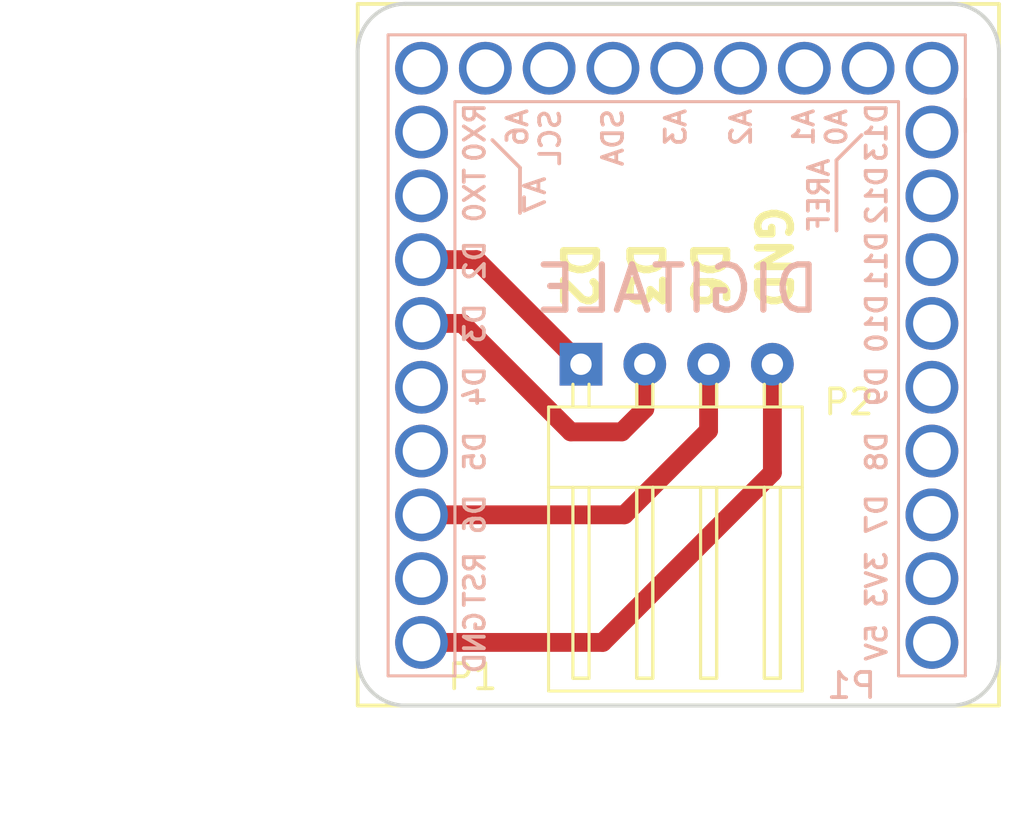
<source format=kicad_pcb>
(kicad_pcb (version 4) (host pcbnew 4.0.6)

  (general
    (links 4)
    (no_connects 0)
    (area 124.255401 62.662999 165.476 97.616001)
    (thickness 1.6)
    (drawings 27)
    (tracks 13)
    (zones 0)
    (modules 2)
    (nets 28)
  )

  (page A4)
  (title_block
    (title "Microduino Digitale DE")
    (date "13 agosto 2017")
    (rev 0.1)
  )

  (layers
    (0 F.Cu signal)
    (31 B.Cu signal)
    (32 B.Adhes user)
    (33 F.Adhes user)
    (34 B.Paste user)
    (35 F.Paste user)
    (36 B.SilkS user)
    (37 F.SilkS user)
    (38 B.Mask user)
    (39 F.Mask user hide)
    (44 Edge.Cuts user)
    (45 Margin user)
    (46 B.CrtYd user)
    (47 F.CrtYd user)
    (48 B.Fab user)
    (49 F.Fab user)
  )

  (setup
    (last_trace_width 0.25)
    (user_trace_width 0.4)
    (user_trace_width 0.5)
    (user_trace_width 0.75)
    (user_trace_width 1)
    (user_trace_width 1.5)
    (user_trace_width 2)
    (user_trace_width 2.5)
    (user_trace_width 3)
    (trace_clearance 0.2)
    (zone_clearance 0.508)
    (zone_45_only no)
    (trace_min 0.2)
    (segment_width 0.15)
    (edge_width 0.15)
    (via_size 0.6)
    (via_drill 0.4)
    (via_min_size 0.4)
    (via_min_drill 0.3)
    (user_via 1 0.5)
    (user_via 1.2 0.6)
    (uvia_size 0.3)
    (uvia_drill 0.1)
    (uvias_allowed no)
    (uvia_min_size 0.2)
    (uvia_min_drill 0.1)
    (pcb_text_width 0.3)
    (pcb_text_size 1.5 1.5)
    (mod_edge_width 0.15)
    (mod_text_size 1 1)
    (mod_text_width 0.15)
    (pad_size 2.1 2.1)
    (pad_drill 1.5)
    (pad_to_mask_clearance 0.2)
    (aux_axis_origin 0 0)
    (grid_origin 126.111 104.775)
    (visible_elements 7FFEFFFF)
    (pcbplotparams
      (layerselection 0x210fc_80000001)
      (usegerberextensions false)
      (excludeedgelayer true)
      (linewidth 0.100000)
      (plotframeref false)
      (viasonmask false)
      (mode 1)
      (useauxorigin false)
      (hpglpennumber 1)
      (hpglpenspeed 20)
      (hpglpendiameter 15)
      (hpglpenoverlay 2)
      (psnegative false)
      (psa4output false)
      (plotreference true)
      (plotvalue true)
      (plotinvisibletext false)
      (padsonsilk false)
      (subtractmaskfromsilk false)
      (outputformat 1)
      (mirror false)
      (drillshape 0)
      (scaleselection 1)
      (outputdirectory ""))
  )

  (net 0 "")
  (net 1 +5V)
  (net 2 +3V3)
  (net 3 /D7)
  (net 4 /D8)
  (net 5 /D9)
  (net 6 /D10)
  (net 7 /D11)
  (net 8 /D12)
  (net 9 /D13)
  (net 10 /D2)
  (net 11 /D3)
  (net 12 /A0)
  (net 13 /A1)
  (net 14 /A2)
  (net 15 /A3)
  (net 16 /SDA)
  (net 17 /SCL)
  (net 18 /A6)
  (net 19 /A7)
  (net 20 /RX0)
  (net 21 /D4)
  (net 22 /D5)
  (net 23 /D6)
  (net 24 /RESET)
  (net 25 GND)
  (net 26 /TX0)
  (net 27 /AREF)

  (net_class Default "Questo è il gruppo di collegamenti predefinito"
    (clearance 0.2)
    (trace_width 0.25)
    (via_dia 0.6)
    (via_drill 0.4)
    (uvia_dia 0.3)
    (uvia_drill 0.1)
    (add_net +3V3)
    (add_net +5V)
    (add_net /A0)
    (add_net /A1)
    (add_net /A2)
    (add_net /A3)
    (add_net /A6)
    (add_net /A7)
    (add_net /AREF)
    (add_net /D10)
    (add_net /D11)
    (add_net /D12)
    (add_net /D13)
    (add_net /D2)
    (add_net /D3)
    (add_net /D4)
    (add_net /D5)
    (add_net /D6)
    (add_net /D7)
    (add_net /D8)
    (add_net /D9)
    (add_net /RESET)
    (add_net /RX0)
    (add_net /SCL)
    (add_net /SDA)
    (add_net /TX0)
    (add_net GND)
  )

  (module Libreria_PCB_mia:Upin_27 (layer B.Cu) (tedit 599092D9) (tstamp 597E2E0E)
    (at 161.571 88.165 180)
    (descr "Through hole straight socket strip, 1x09, 2.54mm pitch, single row")
    (tags "Through hole socket strip THT 1x09 2.54mm single row")
    (path /58E8C7EF)
    (fp_text reference P1 (at 3.2 -1.72 180) (layer B.SilkS)
      (effects (font (size 1 1) (thickness 0.15)) (justify mirror))
    )
    (fp_text value CONN_1x27 (at -2.83 10.17 450) (layer B.Fab)
      (effects (font (size 1 1) (thickness 0.15)) (justify mirror))
    )
    (fp_text user P1 (at 18.28 -1.37 180) (layer F.SilkS)
      (effects (font (size 1 1) (thickness 0.15)))
    )
    (fp_line (start 16.4 18.9) (end 17.5 20) (layer B.SilkS) (width 0.15))
    (fp_line (start 16.4 18.9) (end 16.4 17.1) (layer B.SilkS) (width 0.15))
    (fp_text user A7 (at 15.8 17.8 450) (layer B.SilkS)
      (effects (font (size 0.8 0.8) (thickness 0.15)) (justify mirror))
    )
    (fp_line (start 2.8 20.2) (end 3.8 19.2) (layer B.SilkS) (width 0.15))
    (fp_line (start 3.8 19.2) (end 3.8 16.4) (layer B.SilkS) (width 0.15))
    (fp_text user AREF (at 4.5 17.8 450) (layer B.SilkS)
      (effects (font (size 0.8 0.8) (thickness 0.15)) (justify mirror))
    )
    (fp_text user GND (at 18.2 0 450) (layer B.SilkS)
      (effects (font (size 0.8 0.8) (thickness 0.15)) (justify mirror))
    )
    (fp_text user RST (at 18.2 2.5 450) (layer B.SilkS)
      (effects (font (size 0.8 0.8) (thickness 0.15)) (justify mirror))
    )
    (fp_text user D6 (at 18.2 5.1 450) (layer B.SilkS)
      (effects (font (size 0.8 0.8) (thickness 0.15)) (justify mirror))
    )
    (fp_text user D5 (at 18.2 7.6 450) (layer B.SilkS)
      (effects (font (size 0.8 0.8) (thickness 0.15)) (justify mirror))
    )
    (fp_text user D4 (at 18.2 10.2 450) (layer B.SilkS)
      (effects (font (size 0.8 0.8) (thickness 0.15)) (justify mirror))
    )
    (fp_text user D3 (at 18.2 12.7 450) (layer B.SilkS)
      (effects (font (size 0.8 0.8) (thickness 0.15)) (justify mirror))
    )
    (fp_text user D2 (at 18.2 15.2 450) (layer B.SilkS)
      (effects (font (size 0.8 0.8) (thickness 0.15)) (justify mirror))
    )
    (fp_text user TX0 (at 18.2 17.8 450) (layer B.SilkS)
      (effects (font (size 0.8 0.8) (thickness 0.15)) (justify mirror))
    )
    (fp_text user RX0 (at 18.2 20.3 450) (layer B.SilkS)
      (effects (font (size 0.8 0.8) (thickness 0.15)) (justify mirror))
    )
    (fp_text user A6 (at 16.5 20.5 450) (layer B.SilkS)
      (effects (font (size 0.8 0.8) (thickness 0.15)) (justify mirror))
    )
    (fp_text user SCL (at 15.2 20.1 450) (layer B.SilkS)
      (effects (font (size 0.8 0.8) (thickness 0.15)) (justify mirror))
    )
    (fp_text user SDA (at 12.7 20.1 450) (layer B.SilkS)
      (effects (font (size 0.8 0.8) (thickness 0.15)) (justify mirror))
    )
    (fp_text user A3 (at 10.2 20.5 450) (layer B.SilkS)
      (effects (font (size 0.8 0.8) (thickness 0.15)) (justify mirror))
    )
    (fp_text user A2 (at 7.6 20.5 450) (layer B.SilkS)
      (effects (font (size 0.8 0.8) (thickness 0.15)) (justify mirror))
    )
    (fp_text user A1 (at 5.1 20.5 450) (layer B.SilkS)
      (effects (font (size 0.8 0.8) (thickness 0.15)) (justify mirror))
    )
    (fp_text user A0 (at 3.8 20.5 450) (layer B.SilkS)
      (effects (font (size 0.8 0.8) (thickness 0.15)) (justify mirror))
    )
    (fp_text user D13 (at 2.2 20.3 450) (layer B.SilkS)
      (effects (font (size 0.8 0.8) (thickness 0.15)) (justify mirror))
    )
    (fp_text user D12 (at 2.2 17.8 450) (layer B.SilkS)
      (effects (font (size 0.8 0.8) (thickness 0.15)) (justify mirror))
    )
    (fp_text user D11 (at 2.2 15.2 450) (layer B.SilkS)
      (effects (font (size 0.8 0.8) (thickness 0.15)) (justify mirror))
    )
    (fp_text user D10 (at 2.2 12.7 450) (layer B.SilkS)
      (effects (font (size 0.8 0.8) (thickness 0.15)) (justify mirror))
    )
    (fp_text user D9 (at 2.2 10.2 450) (layer B.SilkS)
      (effects (font (size 0.8 0.8) (thickness 0.15)) (justify mirror))
    )
    (fp_text user D8 (at 2.2 7.6 450) (layer B.SilkS)
      (effects (font (size 0.8 0.8) (thickness 0.15)) (justify mirror))
    )
    (fp_text user D7 (at 2.2 5.1 450) (layer B.SilkS)
      (effects (font (size 0.8 0.8) (thickness 0.15)) (justify mirror))
    )
    (fp_text user 3V3 (at 2.2 2.5 450) (layer B.SilkS)
      (effects (font (size 0.8 0.8) (thickness 0.15)) (justify mirror))
    )
    (fp_text user 5V (at 2.2 0 450) (layer B.SilkS)
      (effects (font (size 0.8 0.8) (thickness 0.15)) (justify mirror))
    )
    (fp_line (start 1.8 -1.78) (end 1.8 21.05) (layer B.CrtYd) (width 0.12))
    (fp_line (start 18.52 21.05) (end 1.8 21.05) (layer B.CrtYd) (width 0.12))
    (fp_line (start -1.27 24.13) (end -1.27 -1.27) (layer B.Fab) (width 0.12))
    (fp_line (start 1.27 -1.27) (end 1.27 21.59) (layer B.Fab) (width 0.12))
    (fp_line (start 1.27 21.59) (end 19.05 21.59) (layer B.Fab) (width 0.12))
    (fp_line (start 19.05 21.59) (end 19.05 -1.27) (layer B.Fab) (width 0.12))
    (fp_line (start 19.05 -1.27) (end 21.59 -1.27) (layer B.Fab) (width 0.12))
    (fp_line (start 21.59 -1.27) (end 21.59 24.13) (layer B.Fab) (width 0.12))
    (fp_line (start 21.59 24.13) (end -1.27 24.13) (layer B.Fab) (width 0.12))
    (fp_line (start 21.65 -1.33) (end 21.65 24.19) (layer B.SilkS) (width 0.12))
    (fp_line (start 21.65 24.19) (end -1.33 24.19) (layer B.SilkS) (width 0.12))
    (fp_line (start -1.33 -1.33) (end -1.33 24.19) (layer B.SilkS) (width 0.12))
    (fp_line (start 1.33 -1.33) (end 1.33 21.53) (layer B.SilkS) (width 0.12))
    (fp_line (start 1.33 21.53) (end 18.99 21.53) (layer B.SilkS) (width 0.12))
    (fp_line (start 18.99 -1.33) (end 18.99 21.53) (layer B.SilkS) (width 0.12))
    (fp_line (start 18.99 -1.33) (end 18.99 5.48) (layer B.SilkS) (width 0.12))
    (fp_line (start -1.8 24.67) (end 22.12 24.67) (layer B.CrtYd) (width 0.12))
    (fp_line (start -1.8 -1.78) (end -1.8 24.67) (layer B.CrtYd) (width 0.12))
    (fp_line (start 22.12 -1.78) (end 22.12 24.67) (layer B.CrtYd) (width 0.12))
    (fp_line (start 18.52 21.05) (end 18.52 -1.8) (layer B.CrtYd) (width 0.12))
    (fp_line (start 18.52 -1.8) (end 22.12 -1.8) (layer B.CrtYd) (width 0.12))
    (fp_line (start -1.27 -1.27) (end 1.27 -1.27) (layer B.Fab) (width 0.12))
    (fp_line (start -1.33 -1.33) (end 1.33 -1.33) (layer B.SilkS) (width 0.12))
    (fp_line (start 21.65 -1.33) (end 18.99 -1.33) (layer B.SilkS) (width 0.12))
    (fp_line (start -1.33 20.32) (end -1.33 21.65) (layer B.SilkS) (width 0.12))
    (fp_line (start -1.8 -1.78) (end 1.8 -1.78) (layer B.CrtYd) (width 0.12))
    (fp_text user %R (at 0 -2.54 180) (layer B.Fab)
      (effects (font (size 1 1) (thickness 0.15)) (justify mirror))
    )
    (pad 9 thru_hole circle (at 0 20.32 180) (size 2.1 2.1) (drill 1.5) (layers *.Cu *.Mask)
      (net 9 /D13))
    (pad 8 thru_hole circle (at 0 17.78 180) (size 2.1 2.1) (drill 1.5) (layers *.Cu *.Mask)
      (net 8 /D12))
    (pad 7 thru_hole circle (at 0 15.24 180) (size 2.1 2.1) (drill 1.5) (layers *.Cu *.Mask)
      (net 7 /D11))
    (pad 6 thru_hole circle (at 0 12.7 180) (size 2.1 2.1) (drill 1.5) (layers *.Cu *.Mask)
      (net 6 /D10))
    (pad 5 thru_hole circle (at 0 10.16 180) (size 2.1 2.1) (drill 1.5) (layers *.Cu *.Mask)
      (net 5 /D9))
    (pad 4 thru_hole circle (at 0 7.62 180) (size 2.1 2.1) (drill 1.5) (layers *.Cu *.Mask)
      (net 4 /D8))
    (pad 3 thru_hole circle (at 0 5.08 180) (size 2.1 2.1) (drill 1.5) (layers *.Cu *.Mask)
      (net 3 /D7))
    (pad 2 thru_hole circle (at 0 2.54 180) (size 2.1 2.1) (drill 1.5) (layers *.Cu *.Mask)
      (net 2 +3V3))
    (pad 1 thru_hole circle (at 0 0 180) (size 2.1 2.1) (drill 1.5) (layers *.Cu *.Mask)
      (net 1 +5V))
    (pad 10 thru_hole circle (at 0 22.86 180) (size 2.1 2.1) (drill 1.5) (layers *.Cu *.Mask)
      (net 27 /AREF))
    (pad 11 thru_hole circle (at 2.54 22.86 180) (size 2.1 2.1) (drill 1.5) (layers *.Cu *.Mask)
      (net 12 /A0))
    (pad 12 thru_hole circle (at 5.08 22.86 180) (size 2.1 2.1) (drill 1.5) (layers *.Cu *.Mask)
      (net 13 /A1))
    (pad 13 thru_hole circle (at 7.62 22.86 180) (size 2.1 2.1) (drill 1.5) (layers *.Cu *.Mask)
      (net 14 /A2))
    (pad 14 thru_hole circle (at 10.16 22.86 180) (size 2.1 2.1) (drill 1.5) (layers *.Cu *.Mask)
      (net 15 /A3))
    (pad 15 thru_hole circle (at 12.7 22.86 180) (size 2.1 2.1) (drill 1.5) (layers *.Cu *.Mask)
      (net 16 /SDA))
    (pad 16 thru_hole circle (at 15.24 22.86 180) (size 2.1 2.1) (drill 1.5) (layers *.Cu *.Mask)
      (net 17 /SCL))
    (pad 17 thru_hole circle (at 17.78 22.86 180) (size 2.1 2.1) (drill 1.5) (layers *.Cu *.Mask)
      (net 18 /A6))
    (pad 18 thru_hole circle (at 20.32 22.86 180) (size 2.1 2.1) (drill 1.5) (layers *.Cu *.Mask)
      (net 19 /A7))
    (pad 19 thru_hole circle (at 20.32 20.32 180) (size 2.1 2.1) (drill 1.5) (layers *.Cu *.Mask)
      (net 20 /RX0))
    (pad 20 thru_hole circle (at 20.32 17.78 180) (size 2.1 2.1) (drill 1.5) (layers *.Cu *.Mask)
      (net 26 /TX0))
    (pad 21 thru_hole circle (at 20.32 15.24 180) (size 2.1 2.1) (drill 1.5) (layers *.Cu *.Mask)
      (net 10 /D2))
    (pad 22 thru_hole circle (at 20.32 12.7 180) (size 2.1 2.1) (drill 1.5) (layers *.Cu *.Mask)
      (net 11 /D3))
    (pad 23 thru_hole circle (at 20.32 10.16 180) (size 2.1 2.1) (drill 1.5) (layers *.Cu *.Mask)
      (net 21 /D4))
    (pad 24 thru_hole circle (at 20.32 7.62 180) (size 2.1 2.1) (drill 1.5) (layers *.Cu *.Mask)
      (net 22 /D5))
    (pad 25 thru_hole circle (at 20.32 5.08 180) (size 2.1 2.1) (drill 1.5) (layers *.Cu *.Mask)
      (net 23 /D6))
    (pad 26 thru_hole circle (at 20.32 2.54 180) (size 2.1 2.1) (drill 1.5) (layers *.Cu *.Mask)
      (net 24 /RESET))
    (pad 27 thru_hole circle (at 20.32 0 180) (size 2.1 2.1) (drill 1.5) (layers *.Cu *.Mask)
      (net 25 GND))
    (model ${KISYS3DMOD}/Socket_Strips.3dshapes/Socket_Strip_Straight_1x09_Pitch2.54mm.wrl
      (at (xyz 0 -0.4 0))
      (scale (xyz 1 1 1))
      (rotate (xyz 0 0 270))
    )
  )

  (module Libreria_PCB_mia:WHURT_4pin_90°_61900411021 (layer F.Cu) (tedit 597AECF6) (tstamp 597AF1B8)
    (at 147.5994 77.089)
    (descr "Horizontal AMP connector with 2.54mm pitch")
    (tags "connector horizontal")
    (path /58E8CD07)
    (fp_text reference P2 (at 10.6616 1.506) (layer F.SilkS)
      (effects (font (size 1 1) (thickness 0.15)))
    )
    (fp_text value CONN_01X04 (at 3.81 14.9) (layer F.Fab)
      (effects (font (size 1 1) (thickness 0.15)))
    )
    (fp_line (start 5.4 12.5) (end 5.4 4.9) (layer F.SilkS) (width 0.12))
    (fp_line (start 4.76 12.5) (end 5.4 12.5) (layer F.SilkS) (width 0.12))
    (fp_line (start 4.76 4.9) (end 4.76 12.5) (layer F.SilkS) (width 0.12))
    (fp_line (start 4.76 1.7) (end 4.76 0.8) (layer F.SilkS) (width 0.12))
    (fp_line (start 5.4 0.8) (end 5.4 1.7) (layer F.SilkS) (width 0.12))
    (fp_line (start 5.4 0.8) (end 5.4 1.7) (layer F.SilkS) (width 0.12))
    (fp_line (start 4.76 1.7) (end 4.76 0.8) (layer F.SilkS) (width 0.12))
    (fp_line (start 4.76 4.9) (end 4.76 12.5) (layer F.SilkS) (width 0.12))
    (fp_line (start 4.76 12.5) (end 5.4 12.5) (layer F.SilkS) (width 0.12))
    (fp_line (start 5.4 12.5) (end 5.4 4.9) (layer F.SilkS) (width 0.12))
    (fp_line (start 5.4 12.5) (end 5.4 4.9) (layer F.SilkS) (width 0.12))
    (fp_line (start 4.76 12.5) (end 5.4 12.5) (layer F.SilkS) (width 0.12))
    (fp_line (start 4.76 4.9) (end 4.76 12.5) (layer F.SilkS) (width 0.12))
    (fp_line (start 4.76 1.7) (end 4.76 0.8) (layer F.SilkS) (width 0.12))
    (fp_line (start 5.4 0.8) (end 5.4 1.7) (layer F.SilkS) (width 0.12))
    (fp_line (start 5.4 0.8) (end 5.4 1.7) (layer F.SilkS) (width 0.12))
    (fp_line (start 4.76 1.7) (end 4.76 0.8) (layer F.SilkS) (width 0.12))
    (fp_line (start 4.76 4.9) (end 4.76 12.5) (layer F.SilkS) (width 0.12))
    (fp_line (start 4.76 12.5) (end 5.4 12.5) (layer F.SilkS) (width 0.12))
    (fp_line (start 5.4 12.5) (end 5.4 4.9) (layer F.SilkS) (width 0.12))
    (fp_line (start 7.94 12.5) (end 7.94 4.9) (layer F.SilkS) (width 0.12))
    (fp_line (start 7.3 12.5) (end 7.94 12.5) (layer F.SilkS) (width 0.12))
    (fp_line (start 7.3 4.9) (end 7.3 12.5) (layer F.SilkS) (width 0.12))
    (fp_line (start 7.3 1.7) (end 7.3 0.8) (layer F.SilkS) (width 0.12))
    (fp_line (start 7.94 0.8) (end 7.94 1.7) (layer F.SilkS) (width 0.12))
    (fp_line (start 7.94 0.8) (end 7.94 1.7) (layer F.SilkS) (width 0.12))
    (fp_line (start 7.3 1.7) (end 7.3 0.8) (layer F.SilkS) (width 0.12))
    (fp_line (start 7.3 4.9) (end 7.3 12.5) (layer F.SilkS) (width 0.12))
    (fp_line (start 7.3 12.5) (end 7.94 12.5) (layer F.SilkS) (width 0.12))
    (fp_line (start 7.94 12.5) (end 7.94 4.9) (layer F.SilkS) (width 0.12))
    (fp_line (start 7.94 12.5) (end 7.94 4.9) (layer F.SilkS) (width 0.12))
    (fp_line (start 7.3 12.5) (end 7.94 12.5) (layer F.SilkS) (width 0.12))
    (fp_line (start 7.3 4.9) (end 7.3 12.5) (layer F.SilkS) (width 0.12))
    (fp_line (start 7.3 1.7) (end 7.3 0.8) (layer F.SilkS) (width 0.12))
    (fp_line (start 7.94 0.8) (end 7.94 1.7) (layer F.SilkS) (width 0.12))
    (fp_line (start 7.94 0.8) (end 7.94 1.7) (layer F.SilkS) (width 0.12))
    (fp_line (start 7.3 1.7) (end 7.3 0.8) (layer F.SilkS) (width 0.12))
    (fp_line (start 7.3 4.9) (end 7.3 12.5) (layer F.SilkS) (width 0.12))
    (fp_line (start 7.3 12.5) (end 7.94 12.5) (layer F.SilkS) (width 0.12))
    (fp_line (start 7.94 12.5) (end 7.94 4.9) (layer F.SilkS) (width 0.12))
    (fp_line (start 2.86 12.5) (end 2.86 4.9) (layer F.SilkS) (width 0.12))
    (fp_line (start 2.22 12.5) (end 2.86 12.5) (layer F.SilkS) (width 0.12))
    (fp_line (start 2.22 4.9) (end 2.22 12.5) (layer F.SilkS) (width 0.12))
    (fp_line (start 2.22 1.7) (end 2.22 0.8) (layer F.SilkS) (width 0.12))
    (fp_line (start 2.86 0.8) (end 2.86 1.7) (layer F.SilkS) (width 0.12))
    (fp_line (start 2.86 0.8) (end 2.86 1.7) (layer F.SilkS) (width 0.12))
    (fp_line (start 2.22 1.7) (end 2.22 0.8) (layer F.SilkS) (width 0.12))
    (fp_line (start 2.22 4.9) (end 2.22 12.5) (layer F.SilkS) (width 0.12))
    (fp_line (start 2.22 12.5) (end 2.86 12.5) (layer F.SilkS) (width 0.12))
    (fp_line (start 2.86 12.5) (end 2.86 4.9) (layer F.SilkS) (width 0.12))
    (fp_line (start 2.86 12.5) (end 2.86 4.9) (layer F.SilkS) (width 0.12))
    (fp_line (start 2.22 12.5) (end 2.86 12.5) (layer F.SilkS) (width 0.12))
    (fp_line (start 2.22 4.9) (end 2.22 12.5) (layer F.SilkS) (width 0.12))
    (fp_line (start 2.22 1.7) (end 2.22 0.8) (layer F.SilkS) (width 0.12))
    (fp_line (start 2.86 0.8) (end 2.86 1.7) (layer F.SilkS) (width 0.12))
    (fp_line (start 2.86 0.8) (end 2.86 1.7) (layer F.SilkS) (width 0.12))
    (fp_line (start 2.22 1.7) (end 2.22 0.8) (layer F.SilkS) (width 0.12))
    (fp_line (start 2.22 4.9) (end 2.22 12.5) (layer F.SilkS) (width 0.12))
    (fp_line (start 2.22 12.5) (end 2.86 12.5) (layer F.SilkS) (width 0.12))
    (fp_line (start 2.86 12.5) (end 2.86 4.9) (layer F.SilkS) (width 0.12))
    (fp_line (start 0.32 12.5) (end 0.32 4.9) (layer F.SilkS) (width 0.12))
    (fp_line (start -0.32 12.5) (end 0.32 12.5) (layer F.SilkS) (width 0.12))
    (fp_line (start -0.32 4.9) (end -0.32 12.5) (layer F.SilkS) (width 0.12))
    (fp_line (start -0.32 1.7) (end -0.32 0.8) (layer F.SilkS) (width 0.12))
    (fp_line (start 0.32 0.8) (end 0.32 1.7) (layer F.SilkS) (width 0.12))
    (fp_line (start 0.32 0.8) (end 0.32 1.7) (layer F.SilkS) (width 0.12))
    (fp_line (start -0.32 1.7) (end -0.32 0.8) (layer F.SilkS) (width 0.12))
    (fp_line (start -0.32 4.9) (end -0.32 12.5) (layer F.SilkS) (width 0.12))
    (fp_line (start -0.32 12.5) (end 0.32 12.5) (layer F.SilkS) (width 0.12))
    (fp_line (start 0.32 12.5) (end 0.32 4.9) (layer F.SilkS) (width 0.12))
    (fp_line (start 0.32 12.5) (end 0.32 4.9) (layer F.SilkS) (width 0.12))
    (fp_line (start -0.32 12.5) (end 0.32 12.5) (layer F.SilkS) (width 0.12))
    (fp_line (start -0.32 4.9) (end -0.32 12.5) (layer F.SilkS) (width 0.12))
    (fp_line (start -0.32 1.7) (end -0.32 0.8) (layer F.SilkS) (width 0.12))
    (fp_line (start 0.32 0.8) (end 0.32 1.7) (layer F.SilkS) (width 0.12))
    (fp_line (start -1.78 -1.23) (end -1.78 13.3) (layer F.CrtYd) (width 0.05))
    (fp_line (start -1.78 13.3) (end 9.32 13.3) (layer F.CrtYd) (width 0.05))
    (fp_line (start 9.32 13.3) (end 9.32 -1.23) (layer F.CrtYd) (width 0.05))
    (fp_line (start 9.32 -1.23) (end -1.78 -1.23) (layer F.CrtYd) (width 0.05))
    (fp_line (start 0.32 0.8) (end 0.32 1.7) (layer F.SilkS) (width 0.12))
    (fp_line (start -0.32 1.7) (end -0.32 0.8) (layer F.SilkS) (width 0.12))
    (fp_line (start -0.32 4.9) (end -0.32 12.5) (layer F.SilkS) (width 0.12))
    (fp_line (start -0.32 12.5) (end 0.32 12.5) (layer F.SilkS) (width 0.12))
    (fp_line (start 0.32 12.5) (end 0.32 4.9) (layer F.SilkS) (width 0.12))
    (fp_line (start 8.81 4.9) (end -1.29 4.9) (layer F.SilkS) (width 0.12))
    (fp_line (start -1.29 1.7) (end -1.29 13.01) (layer F.SilkS) (width 0.12))
    (fp_line (start -1.29 13.01) (end 8.81 13.01) (layer F.SilkS) (width 0.12))
    (fp_line (start 8.81 13.01) (end 8.81 1.7) (layer F.SilkS) (width 0.12))
    (fp_line (start 8.81 1.7) (end -1.29 1.7) (layer F.SilkS) (width 0.12))
    (pad 1 thru_hole rect (at 0 0) (size 1.7 1.7) (drill 0.85) (layers *.Cu *.Mask)
      (net 10 /D2))
    (pad 2 thru_hole circle (at 2.54 0) (size 1.7 1.7) (drill 0.85) (layers *.Cu *.Mask)
      (net 11 /D3))
    (pad 3 thru_hole circle (at 5.08 0) (size 1.7 1.7) (drill 0.85) (layers *.Cu *.Mask)
      (net 23 /D6))
    (pad 4 thru_hole circle (at 7.62 0) (size 1.7 1.7) (drill 0.85) (layers *.Cu *.Mask)
      (net 25 GND))
    (model Connectors.3dshapes/Wafer_Horizontal17.5x5.8x7RM2.5-6.wrl
      (at (xyz 0 0 0))
      (scale (xyz 4 4 4))
      (rotate (xyz 0 0 0))
    )
  )

  (gr_text DIGITALE (at 151.431 74.095) (layer B.SilkS)
    (effects (font (size 1.8 1.8) (thickness 0.25)) (justify mirror))
  )
  (gr_line (start 164.241 62.745) (end 138.711 62.745) (angle 90) (layer F.SilkS) (width 0.15))
  (gr_line (start 164.241 90.675) (end 164.241 62.745) (angle 90) (layer F.SilkS) (width 0.15))
  (gr_line (start 138.711 90.675) (end 164.241 90.675) (angle 90) (layer F.SilkS) (width 0.15))
  (gr_line (start 138.711 62.745) (end 138.711 90.675) (angle 90) (layer F.SilkS) (width 0.15))
  (gr_text "GND\n" (at 155.2194 72.8218 270) (layer F.SilkS)
    (effects (font (size 1.3 1.3) (thickness 0.3)))
  )
  (gr_text D6 (at 152.6794 73.533 270) (layer F.SilkS)
    (effects (font (size 1.3 1.3) (thickness 0.3)))
  )
  (gr_text D3 (at 150.1394 73.533 270) (layer F.SilkS)
    (effects (font (size 1.3 1.3) (thickness 0.3)))
  )
  (gr_text D2 (at 147.4978 73.533 270) (layer F.SilkS)
    (effects (font (size 1.3 1.3) (thickness 0.3)))
  )
  (gr_arc (start 162.3314 64.643) (end 162.3314 62.738) (angle 90) (layer Edge.Cuts) (width 0.15) (tstamp 58E794C0))
  (gr_arc (start 140.6144 88.773) (end 140.6144 90.678) (angle 90) (layer Edge.Cuts) (width 0.15) (tstamp 58E794BF))
  (gr_arc (start 140.6144 64.643) (end 138.7094 64.643) (angle 90) (layer Edge.Cuts) (width 0.15) (tstamp 58E794BE))
  (gr_arc (start 162.3314 88.773) (end 164.2364 88.773) (angle 90) (layer Edge.Cuts) (width 0.15) (tstamp 58E794BD))
  (gr_line (start 162.3314 90.678) (end 140.6144 90.678) (angle 90) (layer Edge.Cuts) (width 0.15) (tstamp 58E794BC))
  (gr_line (start 138.7094 88.773) (end 138.7094 64.643) (angle 90) (layer Edge.Cuts) (width 0.15) (tstamp 58E794BB))
  (gr_line (start 140.6144 62.738) (end 162.3314 62.738) (angle 90) (layer Edge.Cuts) (width 0.15) (tstamp 58E794BA))
  (gr_line (start 164.2364 64.643) (end 164.2364 88.773) (angle 90) (layer Edge.Cuts) (width 0.15) (tstamp 58E794B9))
  (gr_line (start 164.2364 64.643) (end 164.2364 88.773) (angle 90) (layer Edge.Cuts) (width 0.15))
  (gr_line (start 140.6144 62.738) (end 162.3314 62.738) (angle 90) (layer Edge.Cuts) (width 0.15))
  (gr_line (start 138.7094 88.773) (end 138.7094 64.643) (angle 90) (layer Edge.Cuts) (width 0.15))
  (gr_line (start 162.3314 90.678) (end 140.6144 90.678) (angle 90) (layer Edge.Cuts) (width 0.15))
  (gr_arc (start 162.3314 88.773) (end 164.2364 88.773) (angle 90) (layer Edge.Cuts) (width 0.15) (tstamp 58DCB572))
  (gr_arc (start 140.6144 64.643) (end 138.7094 64.643) (angle 90) (layer Edge.Cuts) (width 0.15) (tstamp 58DCB570))
  (gr_arc (start 140.6144 88.773) (end 140.6144 90.678) (angle 90) (layer Edge.Cuts) (width 0.15) (tstamp 58DCB56C))
  (gr_arc (start 162.3314 64.643) (end 162.3314 62.738) (angle 90) (layer Edge.Cuts) (width 0.15))
  (dimension 27.94 (width 0.3) (layer F.Fab)
    (gr_text "27,940 mm" (at 130.7554 76.708 270) (layer F.Fab)
      (effects (font (size 1.5 1.5) (thickness 0.3)))
    )
    (feature1 (pts (xy 134.1374 90.678) (xy 129.4054 90.678)))
    (feature2 (pts (xy 134.1374 62.738) (xy 129.4054 62.738)))
    (crossbar (pts (xy 132.1054 62.738) (xy 132.1054 90.678)))
    (arrow1a (pts (xy 132.1054 90.678) (xy 131.518979 89.551496)))
    (arrow1b (pts (xy 132.1054 90.678) (xy 132.691821 89.551496)))
    (arrow2a (pts (xy 132.1054 62.738) (xy 131.518979 63.864504)))
    (arrow2b (pts (xy 132.1054 62.738) (xy 132.691821 63.864504)))
  )
  (dimension 25.527 (width 0.3) (layer F.Fab)
    (gr_text "25,527 mm" (at 151.0284 96.266) (layer F.Fab) (tstamp 58DCB33B)
      (effects (font (size 1.5 1.5) (thickness 0.3)))
    )
    (feature1 (pts (xy 138.8364 92.456) (xy 138.8364 97.568999)))
    (feature2 (pts (xy 164.3634 92.456) (xy 164.3634 97.568999)))
    (crossbar (pts (xy 164.3634 94.868999) (xy 138.8364 94.868999)))
    (arrow1a (pts (xy 138.8364 94.868999) (xy 139.962904 94.282578)))
    (arrow1b (pts (xy 138.8364 94.868999) (xy 139.962904 95.45542)))
    (arrow2a (pts (xy 164.3634 94.868999) (xy 163.236896 94.282578)))
    (arrow2b (pts (xy 164.3634 94.868999) (xy 163.236896 95.45542)))
  )

  (segment (start 141.2494 72.9234) (end 143.4338 72.9234) (width 0.75) (layer F.Cu) (net 10))
  (segment (start 143.4338 72.9234) (end 147.5994 77.089) (width 0.75) (layer F.Cu) (net 10) (tstamp 58ECCA5A))
  (segment (start 150.1394 77.089) (end 150.1394 78.867) (width 0.75) (layer F.Cu) (net 11))
  (segment (start 142.875 75.4634) (end 141.2494 75.4634) (width 0.75) (layer F.Cu) (net 11) (tstamp 58ECCA57))
  (segment (start 147.193 79.7814) (end 142.875 75.4634) (width 0.75) (layer F.Cu) (net 11) (tstamp 58ECCA56))
  (segment (start 149.225 79.7814) (end 147.193 79.7814) (width 0.75) (layer F.Cu) (net 11) (tstamp 58ECCA55))
  (segment (start 150.1394 78.867) (end 149.225 79.7814) (width 0.75) (layer F.Cu) (net 11) (tstamp 58ECCA54))
  (segment (start 141.2494 83.0834) (end 149.3266 83.0834) (width 0.75) (layer F.Cu) (net 23))
  (segment (start 152.6794 79.7306) (end 152.6794 77.089) (width 0.75) (layer F.Cu) (net 23) (tstamp 58ECCA4F))
  (segment (start 149.3266 83.0834) (end 152.6794 79.7306) (width 0.75) (layer F.Cu) (net 23) (tstamp 58ECCA4D))
  (segment (start 141.2494 88.1634) (end 148.463 88.1634) (width 0.75) (layer F.Cu) (net 25))
  (segment (start 155.2194 81.407) (end 155.2194 77.089) (width 0.75) (layer F.Cu) (net 25) (tstamp 58ECCA40))
  (segment (start 148.463 88.1634) (end 155.2194 81.407) (width 0.75) (layer F.Cu) (net 25) (tstamp 58ECCA3E))

)

</source>
